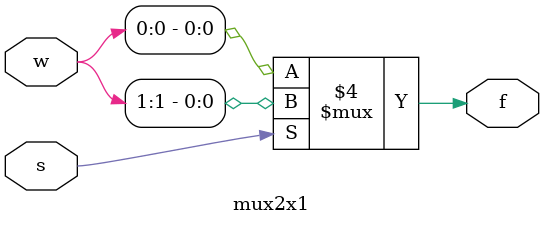
<source format=v>
module ques3(w,s,f);
input [0:15]w;
input [0:3]s;
output f;
wire [0:1]m;
mux8x1 mux1(w[0:7],s[0:2],m[0]);
mux8x1 mux2(w[8:15],s[0:2],m[1]);
mux2x1 mux3(m,s[3],f);
endmodule

module mux8x1(w,s,f);
input [0:7]w;
input [0:2]s;
output reg f;
always @(w or s)
case(s)
000: f=w[0];
001: f=w[1];
010: f=w[2];
011: f=w[3];
100: f=w[4];
101: f=w[5];
110: f=w[6];
111: f=w[7];
endcase
endmodule

module mux2x1(w,s,f);
input [1:0]w;
input s;
output reg f;
always@(w or s)
begin
  if (s==0)
  f=w[0];
  else
  f=w[1];
end
endmodule





</source>
